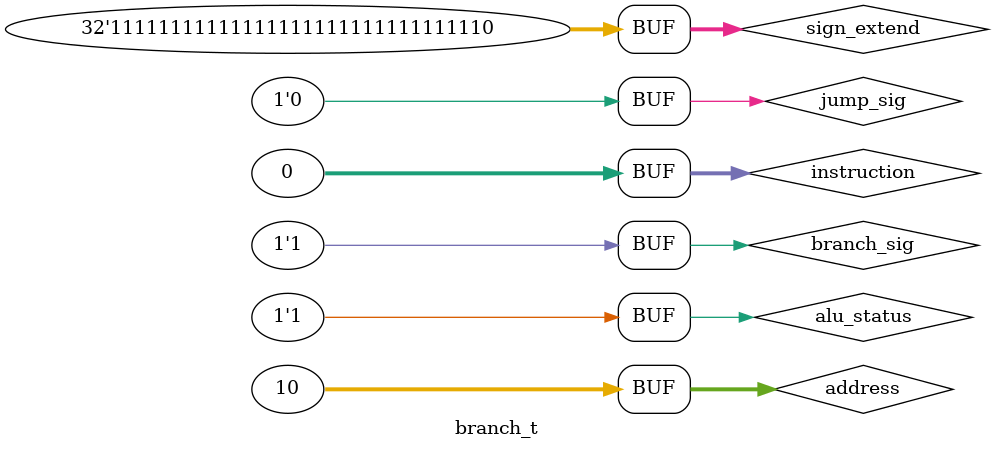
<source format=v>
`timescale 1ns/1ns
module branch_t;
  wire [31:0] next_inst;
  reg [31:0] address, sign_extend, instruction;
  reg jump_sig, branch_sig, alu_status;

  branch branch(next_inst, address, sign_extend, instruction,
	jump_sig, branch_sig, alu_status);

  initial begin
	#10 address = 32'd0;
	    sign_extend = 32'd2;
	    alu_status = 1'b1;
	    branch_sig = 1'b1;
	    jump_sig = 1'b0;
	#10 address = 32'd0;
	    instruction =  32'd0;
   	    branch_sig = 1'b0;
	    jump_sig = 1'b1;
	#10 address = 32'd20;
	    instruction = 32'd30;
	    branch_sig = 1'b0;
  	    jump_sig = 1'b1;
	#10 address = 32'd10;
	    instruction = 32'd0;
	    sign_extend = -2'd2;
 	    jump_sig = 1'b0;
	    branch_sig = 1'b1;
  end

endmodule

</source>
